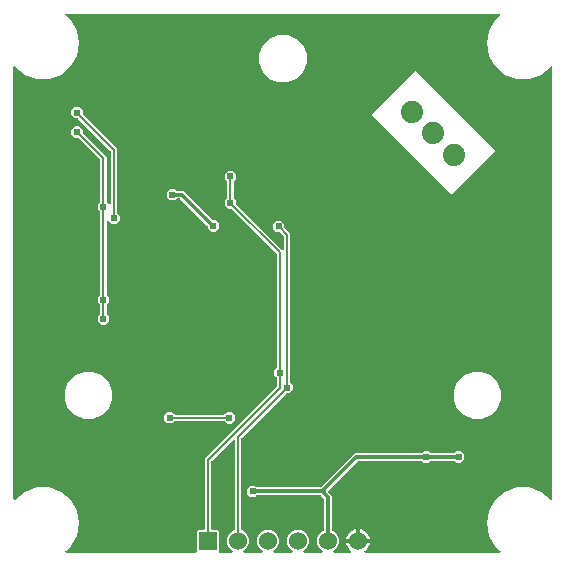
<source format=gbr>
G04 EAGLE Gerber RS-274X export*
G75*
%MOMM*%
%FSLAX34Y34*%
%LPD*%
%INBottom Copper*%
%IPPOS*%
%AMOC8*
5,1,8,0,0,1.08239X$1,22.5*%
G01*
%ADD10R,1.524000X1.524000*%
%ADD11C,1.524000*%
%ADD12C,1.879600*%
%ADD13C,0.609600*%
%ADD14C,0.304800*%
%ADD15C,0.203200*%

G36*
X159770Y5088D02*
X159770Y5088D01*
X159822Y5087D01*
X159901Y5108D01*
X159982Y5121D01*
X160029Y5143D01*
X160078Y5157D01*
X160148Y5201D01*
X160221Y5236D01*
X160259Y5272D01*
X160303Y5299D01*
X160356Y5362D01*
X160416Y5418D01*
X160441Y5463D01*
X160475Y5502D01*
X160507Y5577D01*
X160548Y5648D01*
X160559Y5699D01*
X160579Y5746D01*
X160588Y5828D01*
X160606Y5908D01*
X160601Y5959D01*
X160607Y6011D01*
X160591Y6091D01*
X160584Y6173D01*
X160565Y6221D01*
X160555Y6271D01*
X160527Y6315D01*
X160485Y6420D01*
X160372Y6559D01*
X160347Y6597D01*
X160301Y6643D01*
X160301Y23357D01*
X161343Y24399D01*
X166017Y24399D01*
X166119Y24414D01*
X166221Y24422D01*
X166249Y24434D01*
X166280Y24439D01*
X166372Y24483D01*
X166468Y24521D01*
X166491Y24541D01*
X166519Y24554D01*
X166594Y24624D01*
X166674Y24689D01*
X166691Y24715D01*
X166713Y24736D01*
X166764Y24825D01*
X166821Y24910D01*
X166827Y24934D01*
X166845Y24966D01*
X166903Y25226D01*
X166900Y25264D01*
X166905Y25287D01*
X166905Y84498D01*
X227577Y145169D01*
X227590Y145186D01*
X227606Y145200D01*
X227668Y145293D01*
X227735Y145383D01*
X227742Y145403D01*
X227753Y145421D01*
X227763Y145465D01*
X227822Y145634D01*
X227826Y145747D01*
X227837Y145798D01*
X227837Y153081D01*
X227834Y153101D01*
X227836Y153122D01*
X227814Y153233D01*
X227797Y153344D01*
X227788Y153362D01*
X227784Y153383D01*
X227760Y153422D01*
X227682Y153583D01*
X227605Y153665D01*
X227577Y153709D01*
X225805Y155481D01*
X225805Y159479D01*
X227577Y161251D01*
X227590Y161268D01*
X227606Y161281D01*
X227668Y161375D01*
X227735Y161465D01*
X227742Y161485D01*
X227753Y161502D01*
X227763Y161547D01*
X227822Y161716D01*
X227826Y161829D01*
X227837Y161879D01*
X227837Y257698D01*
X227834Y257719D01*
X227836Y257740D01*
X227814Y257850D01*
X227797Y257961D01*
X227788Y257980D01*
X227784Y258001D01*
X227760Y258039D01*
X227682Y258201D01*
X227605Y258283D01*
X227577Y258327D01*
X189857Y296047D01*
X189840Y296060D01*
X189826Y296076D01*
X189733Y296138D01*
X189643Y296205D01*
X189623Y296212D01*
X189605Y296223D01*
X189561Y296233D01*
X189392Y296292D01*
X189279Y296296D01*
X189228Y296307D01*
X186723Y296307D01*
X183895Y299135D01*
X183895Y303133D01*
X185667Y304905D01*
X185680Y304922D01*
X185696Y304935D01*
X185758Y305029D01*
X185825Y305119D01*
X185832Y305139D01*
X185843Y305156D01*
X185853Y305201D01*
X185912Y305370D01*
X185916Y305483D01*
X185927Y305533D01*
X185927Y319197D01*
X185924Y319217D01*
X185926Y319238D01*
X185904Y319349D01*
X185887Y319460D01*
X185878Y319478D01*
X185874Y319499D01*
X185850Y319538D01*
X185772Y319699D01*
X185695Y319781D01*
X185667Y319825D01*
X183895Y321597D01*
X183895Y325595D01*
X186723Y328423D01*
X190721Y328423D01*
X193549Y325595D01*
X193549Y321597D01*
X191777Y319825D01*
X191764Y319808D01*
X191748Y319795D01*
X191686Y319701D01*
X191619Y319611D01*
X191612Y319591D01*
X191601Y319574D01*
X191591Y319529D01*
X191532Y319360D01*
X191528Y319247D01*
X191517Y319197D01*
X191517Y305533D01*
X191520Y305513D01*
X191518Y305492D01*
X191540Y305381D01*
X191557Y305270D01*
X191566Y305252D01*
X191570Y305231D01*
X191594Y305192D01*
X191672Y305031D01*
X191749Y304949D01*
X191777Y304905D01*
X193549Y303133D01*
X193549Y300628D01*
X193552Y300607D01*
X193550Y300586D01*
X193572Y300476D01*
X193589Y300365D01*
X193598Y300346D01*
X193602Y300325D01*
X193626Y300287D01*
X193704Y300125D01*
X193781Y300043D01*
X193809Y299999D01*
X232417Y261391D01*
X232458Y261361D01*
X232494Y261323D01*
X232565Y261282D01*
X232631Y261234D01*
X232680Y261217D01*
X232724Y261191D01*
X232804Y261173D01*
X232882Y261146D01*
X232934Y261145D01*
X232984Y261133D01*
X233066Y261140D01*
X233148Y261137D01*
X233197Y261151D01*
X233249Y261155D01*
X233325Y261185D01*
X233404Y261207D01*
X233448Y261235D01*
X233496Y261254D01*
X233559Y261306D01*
X233628Y261350D01*
X233662Y261389D01*
X233702Y261422D01*
X233747Y261490D01*
X233800Y261552D01*
X233821Y261600D01*
X233849Y261643D01*
X233861Y261693D01*
X233905Y261797D01*
X233923Y261975D01*
X233933Y262019D01*
X233933Y272540D01*
X233930Y272561D01*
X233932Y272582D01*
X233910Y272692D01*
X233893Y272803D01*
X233884Y272822D01*
X233880Y272843D01*
X233856Y272881D01*
X233778Y273043D01*
X233701Y273125D01*
X233673Y273169D01*
X230751Y276091D01*
X230734Y276104D01*
X230720Y276120D01*
X230627Y276182D01*
X230537Y276249D01*
X230517Y276256D01*
X230499Y276267D01*
X230455Y276277D01*
X230286Y276336D01*
X230173Y276340D01*
X230122Y276351D01*
X227617Y276351D01*
X224789Y279179D01*
X224789Y283177D01*
X227617Y286005D01*
X231615Y286005D01*
X234443Y283177D01*
X234443Y280672D01*
X234446Y280651D01*
X234444Y280630D01*
X234466Y280520D01*
X234483Y280409D01*
X234492Y280390D01*
X234496Y280369D01*
X234520Y280331D01*
X234598Y280169D01*
X234675Y280087D01*
X234703Y280043D01*
X239523Y275224D01*
X239523Y149179D01*
X239526Y149159D01*
X239524Y149138D01*
X239546Y149027D01*
X239563Y148916D01*
X239572Y148898D01*
X239576Y148877D01*
X239600Y148838D01*
X239678Y148677D01*
X239755Y148595D01*
X239783Y148551D01*
X241555Y146779D01*
X241555Y142781D01*
X238727Y139953D01*
X236222Y139953D01*
X236201Y139950D01*
X236180Y139952D01*
X236070Y139930D01*
X235959Y139913D01*
X235940Y139904D01*
X235919Y139900D01*
X235881Y139876D01*
X235719Y139798D01*
X235637Y139721D01*
X235593Y139693D01*
X198155Y102255D01*
X198142Y102238D01*
X198126Y102224D01*
X198064Y102131D01*
X197997Y102041D01*
X197990Y102021D01*
X197979Y102003D01*
X197969Y101959D01*
X197910Y101790D01*
X197906Y101677D01*
X197895Y101626D01*
X197895Y24609D01*
X197904Y24548D01*
X197903Y24486D01*
X197917Y24441D01*
X197918Y24418D01*
X197927Y24398D01*
X197935Y24346D01*
X197962Y24290D01*
X197979Y24231D01*
X198015Y24177D01*
X198017Y24172D01*
X198021Y24167D01*
X198050Y24107D01*
X198093Y24062D01*
X198127Y24010D01*
X198166Y23982D01*
X198232Y23913D01*
X198418Y23806D01*
X198443Y23788D01*
X200424Y22968D01*
X203068Y20324D01*
X204499Y16870D01*
X204499Y13130D01*
X203068Y9676D01*
X200424Y7032D01*
X199838Y6790D01*
X199759Y6742D01*
X199676Y6702D01*
X199646Y6674D01*
X199611Y6652D01*
X199549Y6583D01*
X199482Y6520D01*
X199461Y6485D01*
X199434Y6454D01*
X199396Y6370D01*
X199350Y6290D01*
X199341Y6249D01*
X199324Y6212D01*
X199312Y6120D01*
X199292Y6030D01*
X199296Y5989D01*
X199290Y5948D01*
X199306Y5857D01*
X199314Y5765D01*
X199329Y5727D01*
X199336Y5686D01*
X199378Y5604D01*
X199413Y5518D01*
X199439Y5486D01*
X199458Y5450D01*
X199522Y5384D01*
X199580Y5312D01*
X199615Y5289D01*
X199643Y5260D01*
X199725Y5216D01*
X199802Y5165D01*
X199832Y5158D01*
X199877Y5133D01*
X200138Y5082D01*
X200158Y5085D01*
X200178Y5081D01*
X215422Y5081D01*
X215513Y5095D01*
X215605Y5100D01*
X215644Y5114D01*
X215684Y5121D01*
X215767Y5161D01*
X215854Y5193D01*
X215887Y5218D01*
X215924Y5236D01*
X215991Y5299D01*
X216064Y5356D01*
X216088Y5389D01*
X216118Y5418D01*
X216164Y5498D01*
X216217Y5573D01*
X216230Y5613D01*
X216250Y5648D01*
X216270Y5739D01*
X216298Y5826D01*
X216299Y5868D01*
X216308Y5908D01*
X216300Y6000D01*
X216301Y6092D01*
X216290Y6132D01*
X216286Y6173D01*
X216252Y6258D01*
X216225Y6347D01*
X216203Y6381D01*
X216187Y6420D01*
X216129Y6491D01*
X216078Y6568D01*
X216052Y6586D01*
X216020Y6626D01*
X215798Y6773D01*
X215778Y6778D01*
X215762Y6790D01*
X215176Y7032D01*
X212532Y9676D01*
X211101Y13130D01*
X211101Y16870D01*
X212532Y20324D01*
X215176Y22968D01*
X218630Y24399D01*
X222370Y24399D01*
X225824Y22968D01*
X228468Y20324D01*
X229899Y16870D01*
X229899Y13130D01*
X228468Y9676D01*
X225824Y7032D01*
X225238Y6790D01*
X225159Y6742D01*
X225076Y6702D01*
X225046Y6674D01*
X225011Y6652D01*
X224949Y6583D01*
X224882Y6520D01*
X224861Y6485D01*
X224834Y6454D01*
X224796Y6370D01*
X224750Y6290D01*
X224741Y6249D01*
X224724Y6212D01*
X224712Y6120D01*
X224692Y6030D01*
X224696Y5989D01*
X224690Y5948D01*
X224706Y5857D01*
X224714Y5765D01*
X224729Y5727D01*
X224736Y5686D01*
X224778Y5604D01*
X224813Y5518D01*
X224839Y5486D01*
X224858Y5450D01*
X224922Y5384D01*
X224980Y5312D01*
X225015Y5289D01*
X225043Y5260D01*
X225125Y5216D01*
X225202Y5165D01*
X225232Y5158D01*
X225277Y5133D01*
X225538Y5082D01*
X225558Y5085D01*
X225578Y5081D01*
X240822Y5081D01*
X240913Y5095D01*
X241005Y5100D01*
X241044Y5114D01*
X241084Y5121D01*
X241167Y5161D01*
X241254Y5193D01*
X241287Y5218D01*
X241324Y5236D01*
X241391Y5299D01*
X241464Y5356D01*
X241488Y5389D01*
X241518Y5418D01*
X241564Y5498D01*
X241617Y5573D01*
X241630Y5613D01*
X241650Y5648D01*
X241670Y5739D01*
X241698Y5826D01*
X241699Y5868D01*
X241708Y5908D01*
X241700Y6000D01*
X241701Y6092D01*
X241690Y6132D01*
X241686Y6173D01*
X241652Y6258D01*
X241625Y6347D01*
X241603Y6381D01*
X241587Y6420D01*
X241529Y6491D01*
X241478Y6568D01*
X241452Y6586D01*
X241420Y6626D01*
X241198Y6773D01*
X241178Y6778D01*
X241162Y6790D01*
X240576Y7032D01*
X237932Y9676D01*
X236501Y13130D01*
X236501Y16870D01*
X237932Y20324D01*
X240576Y22968D01*
X244030Y24399D01*
X247770Y24399D01*
X251224Y22968D01*
X253868Y20324D01*
X255299Y16870D01*
X255299Y13130D01*
X253868Y9676D01*
X251224Y7032D01*
X250638Y6790D01*
X250559Y6742D01*
X250476Y6702D01*
X250446Y6674D01*
X250411Y6652D01*
X250349Y6583D01*
X250282Y6520D01*
X250261Y6485D01*
X250234Y6454D01*
X250196Y6370D01*
X250150Y6290D01*
X250141Y6249D01*
X250124Y6212D01*
X250112Y6120D01*
X250092Y6030D01*
X250096Y5989D01*
X250090Y5948D01*
X250106Y5857D01*
X250114Y5765D01*
X250129Y5727D01*
X250136Y5686D01*
X250178Y5604D01*
X250213Y5518D01*
X250239Y5486D01*
X250258Y5450D01*
X250322Y5384D01*
X250380Y5312D01*
X250415Y5289D01*
X250443Y5260D01*
X250525Y5216D01*
X250602Y5165D01*
X250632Y5158D01*
X250677Y5133D01*
X250938Y5082D01*
X250958Y5085D01*
X250978Y5081D01*
X266222Y5081D01*
X266313Y5095D01*
X266405Y5100D01*
X266444Y5114D01*
X266484Y5121D01*
X266567Y5161D01*
X266654Y5193D01*
X266687Y5218D01*
X266724Y5236D01*
X266791Y5299D01*
X266864Y5356D01*
X266888Y5389D01*
X266918Y5418D01*
X266964Y5498D01*
X267017Y5573D01*
X267030Y5613D01*
X267050Y5648D01*
X267070Y5739D01*
X267098Y5826D01*
X267099Y5868D01*
X267108Y5908D01*
X267100Y6000D01*
X267101Y6092D01*
X267090Y6132D01*
X267086Y6173D01*
X267052Y6258D01*
X267025Y6347D01*
X267003Y6381D01*
X266987Y6420D01*
X266929Y6491D01*
X266878Y6568D01*
X266852Y6586D01*
X266820Y6626D01*
X266598Y6773D01*
X266578Y6778D01*
X266562Y6790D01*
X265976Y7032D01*
X263332Y9676D01*
X261901Y13130D01*
X261901Y16870D01*
X263332Y20324D01*
X265976Y22968D01*
X267449Y23578D01*
X267502Y23610D01*
X267560Y23633D01*
X267615Y23678D01*
X267677Y23715D01*
X267718Y23761D01*
X267766Y23801D01*
X267806Y23860D01*
X267853Y23914D01*
X267879Y23970D01*
X267913Y24022D01*
X267924Y24069D01*
X267963Y24156D01*
X267990Y24368D01*
X267997Y24399D01*
X267997Y50052D01*
X267994Y50073D01*
X267996Y50094D01*
X267974Y50204D01*
X267957Y50315D01*
X267948Y50334D01*
X267944Y50354D01*
X267920Y50393D01*
X267842Y50554D01*
X267765Y50637D01*
X267737Y50680D01*
X266862Y51555D01*
X265084Y53333D01*
X265067Y53346D01*
X265054Y53362D01*
X264960Y53424D01*
X264870Y53491D01*
X264850Y53498D01*
X264833Y53509D01*
X264788Y53519D01*
X264619Y53578D01*
X264506Y53582D01*
X264456Y53593D01*
X211409Y53593D01*
X211389Y53590D01*
X211368Y53592D01*
X211257Y53570D01*
X211146Y53553D01*
X211128Y53544D01*
X211107Y53540D01*
X211068Y53516D01*
X210907Y53438D01*
X210825Y53361D01*
X210781Y53333D01*
X209517Y52069D01*
X205519Y52069D01*
X202691Y54897D01*
X202691Y58895D01*
X205519Y61723D01*
X209517Y61723D01*
X210781Y60459D01*
X210798Y60446D01*
X210811Y60430D01*
X210905Y60368D01*
X210995Y60301D01*
X211015Y60294D01*
X211032Y60283D01*
X211077Y60273D01*
X211246Y60214D01*
X211359Y60210D01*
X211409Y60199D01*
X264456Y60199D01*
X264477Y60202D01*
X264498Y60200D01*
X264608Y60222D01*
X264719Y60239D01*
X264738Y60248D01*
X264758Y60252D01*
X264797Y60276D01*
X264958Y60354D01*
X265041Y60431D01*
X265084Y60459D01*
X294034Y89409D01*
X350693Y89409D01*
X350713Y89412D01*
X350734Y89410D01*
X350845Y89432D01*
X350956Y89449D01*
X350974Y89458D01*
X350995Y89462D01*
X351034Y89486D01*
X351195Y89564D01*
X351277Y89641D01*
X351321Y89669D01*
X352585Y90933D01*
X356583Y90933D01*
X357847Y89669D01*
X357864Y89656D01*
X357877Y89640D01*
X357971Y89578D01*
X358061Y89511D01*
X358081Y89504D01*
X358098Y89493D01*
X358143Y89483D01*
X358312Y89424D01*
X358425Y89420D01*
X358475Y89409D01*
X378125Y89409D01*
X378145Y89412D01*
X378166Y89410D01*
X378277Y89432D01*
X378388Y89449D01*
X378406Y89458D01*
X378427Y89462D01*
X378466Y89486D01*
X378627Y89564D01*
X378709Y89641D01*
X378753Y89669D01*
X380017Y90933D01*
X384015Y90933D01*
X386843Y88105D01*
X386843Y84107D01*
X384015Y81279D01*
X380017Y81279D01*
X378753Y82543D01*
X378736Y82556D01*
X378723Y82572D01*
X378629Y82634D01*
X378539Y82701D01*
X378519Y82708D01*
X378502Y82719D01*
X378457Y82729D01*
X378288Y82788D01*
X378175Y82792D01*
X378125Y82803D01*
X358475Y82803D01*
X358455Y82800D01*
X358434Y82802D01*
X358323Y82780D01*
X358212Y82763D01*
X358194Y82754D01*
X358173Y82750D01*
X358134Y82726D01*
X357973Y82648D01*
X357891Y82571D01*
X357847Y82543D01*
X356583Y81279D01*
X352585Y81279D01*
X351321Y82543D01*
X351304Y82556D01*
X351291Y82572D01*
X351197Y82634D01*
X351107Y82701D01*
X351087Y82708D01*
X351070Y82719D01*
X351025Y82729D01*
X350856Y82788D01*
X350743Y82792D01*
X350693Y82803D01*
X297138Y82803D01*
X297117Y82800D01*
X297096Y82802D01*
X296986Y82780D01*
X296875Y82763D01*
X296856Y82754D01*
X296836Y82750D01*
X296797Y82726D01*
X296636Y82648D01*
X296553Y82571D01*
X296510Y82543D01*
X271533Y57566D01*
X271520Y57549D01*
X271504Y57536D01*
X271442Y57442D01*
X271375Y57352D01*
X271368Y57332D01*
X271357Y57315D01*
X271347Y57270D01*
X271288Y57101D01*
X271284Y56988D01*
X271273Y56938D01*
X271273Y56854D01*
X271276Y56833D01*
X271274Y56812D01*
X271296Y56702D01*
X271313Y56591D01*
X271322Y56572D01*
X271326Y56552D01*
X271350Y56513D01*
X271428Y56352D01*
X271505Y56269D01*
X271533Y56226D01*
X272408Y55351D01*
X274603Y53156D01*
X274603Y24399D01*
X274612Y24337D01*
X274611Y24275D01*
X274632Y24207D01*
X274643Y24136D01*
X274670Y24080D01*
X274687Y24021D01*
X274727Y23961D01*
X274758Y23896D01*
X274801Y23851D01*
X274835Y23800D01*
X274874Y23772D01*
X274940Y23702D01*
X275126Y23596D01*
X275151Y23578D01*
X276624Y22968D01*
X279268Y20324D01*
X280699Y16870D01*
X280699Y13130D01*
X279268Y9676D01*
X276624Y7032D01*
X276038Y6790D01*
X275959Y6742D01*
X275876Y6702D01*
X275846Y6674D01*
X275811Y6652D01*
X275749Y6583D01*
X275682Y6520D01*
X275661Y6485D01*
X275634Y6454D01*
X275596Y6370D01*
X275550Y6290D01*
X275541Y6249D01*
X275524Y6212D01*
X275512Y6120D01*
X275492Y6030D01*
X275496Y5989D01*
X275490Y5948D01*
X275506Y5857D01*
X275514Y5765D01*
X275529Y5727D01*
X275536Y5686D01*
X275578Y5604D01*
X275613Y5518D01*
X275639Y5486D01*
X275658Y5450D01*
X275722Y5384D01*
X275780Y5312D01*
X275815Y5289D01*
X275843Y5260D01*
X275925Y5216D01*
X276002Y5165D01*
X276032Y5158D01*
X276077Y5133D01*
X276338Y5082D01*
X276358Y5085D01*
X276378Y5081D01*
X290333Y5081D01*
X290452Y5099D01*
X290572Y5114D01*
X290583Y5119D01*
X290595Y5121D01*
X290704Y5173D01*
X290814Y5223D01*
X290824Y5231D01*
X290835Y5236D01*
X290923Y5319D01*
X291014Y5399D01*
X291020Y5409D01*
X291029Y5418D01*
X291089Y5522D01*
X291152Y5626D01*
X291155Y5638D01*
X291161Y5648D01*
X291187Y5766D01*
X291217Y5884D01*
X291216Y5896D01*
X291219Y5908D01*
X291209Y6029D01*
X291202Y6149D01*
X291198Y6161D01*
X291197Y6173D01*
X291152Y6285D01*
X291110Y6398D01*
X291104Y6406D01*
X291098Y6420D01*
X290930Y6626D01*
X290879Y6660D01*
X290855Y6688D01*
X290081Y7250D01*
X288950Y8381D01*
X288010Y9675D01*
X287284Y11100D01*
X286789Y12621D01*
X286694Y13223D01*
X295811Y13223D01*
X295912Y13238D01*
X296015Y13246D01*
X296043Y13258D01*
X296074Y13263D01*
X296166Y13307D01*
X296261Y13345D01*
X296285Y13365D01*
X296313Y13378D01*
X296388Y13448D01*
X296468Y13513D01*
X296485Y13539D01*
X296507Y13560D01*
X296558Y13649D01*
X296615Y13734D01*
X296620Y13758D01*
X296639Y13790D01*
X296697Y14050D01*
X296694Y14088D01*
X296699Y14111D01*
X296699Y15001D01*
X296701Y15001D01*
X296701Y14111D01*
X296716Y14009D01*
X296725Y13907D01*
X296736Y13879D01*
X296741Y13848D01*
X296785Y13756D01*
X296824Y13660D01*
X296843Y13637D01*
X296856Y13609D01*
X296926Y13534D01*
X296991Y13454D01*
X297017Y13437D01*
X297038Y13415D01*
X297127Y13364D01*
X297212Y13307D01*
X297236Y13301D01*
X297269Y13283D01*
X297528Y13225D01*
X297566Y13228D01*
X297589Y13223D01*
X306706Y13223D01*
X306611Y12621D01*
X306116Y11100D01*
X305390Y9675D01*
X304450Y8381D01*
X303319Y7250D01*
X302545Y6688D01*
X302459Y6603D01*
X302371Y6520D01*
X302365Y6510D01*
X302356Y6501D01*
X302299Y6394D01*
X302239Y6290D01*
X302236Y6277D01*
X302231Y6267D01*
X302208Y6148D01*
X302181Y6030D01*
X302182Y6018D01*
X302180Y6006D01*
X302193Y5885D01*
X302203Y5765D01*
X302208Y5754D01*
X302209Y5741D01*
X302257Y5630D01*
X302302Y5518D01*
X302310Y5509D01*
X302315Y5498D01*
X302393Y5406D01*
X302470Y5312D01*
X302480Y5305D01*
X302488Y5296D01*
X302590Y5232D01*
X302691Y5165D01*
X302700Y5162D01*
X302713Y5155D01*
X302970Y5086D01*
X303032Y5089D01*
X303067Y5081D01*
X416547Y5081D01*
X416636Y5094D01*
X416726Y5099D01*
X416767Y5114D01*
X416810Y5121D01*
X416891Y5160D01*
X416975Y5191D01*
X417010Y5217D01*
X417049Y5236D01*
X417115Y5298D01*
X417187Y5353D01*
X417212Y5388D01*
X417243Y5418D01*
X417288Y5496D01*
X417340Y5569D01*
X417354Y5611D01*
X417375Y5648D01*
X417395Y5736D01*
X417423Y5822D01*
X417424Y5865D01*
X417433Y5908D01*
X417426Y5998D01*
X417427Y6088D01*
X417415Y6130D01*
X417411Y6173D01*
X417378Y6256D01*
X417353Y6343D01*
X417333Y6369D01*
X417312Y6420D01*
X417145Y6626D01*
X417127Y6638D01*
X417118Y6649D01*
X412845Y10235D01*
X407505Y19483D01*
X405651Y30000D01*
X407505Y40517D01*
X412845Y49765D01*
X421026Y56629D01*
X431061Y60282D01*
X441739Y60282D01*
X451775Y56629D01*
X459860Y49845D01*
X459871Y49838D01*
X459880Y49829D01*
X459984Y49769D01*
X460087Y49706D01*
X460099Y49703D01*
X460110Y49697D01*
X460228Y49671D01*
X460345Y49641D01*
X460357Y49642D01*
X460370Y49639D01*
X460490Y49649D01*
X460610Y49655D01*
X460622Y49660D01*
X460635Y49661D01*
X460746Y49705D01*
X460860Y49747D01*
X460870Y49755D01*
X460882Y49760D01*
X460975Y49836D01*
X461071Y49909D01*
X461078Y49919D01*
X461088Y49927D01*
X461155Y50028D01*
X461224Y50126D01*
X461228Y50138D01*
X461235Y50148D01*
X461243Y50183D01*
X461307Y50378D01*
X461309Y50477D01*
X461319Y50525D01*
X461319Y415875D01*
X461317Y415887D01*
X461319Y415900D01*
X461298Y416018D01*
X461279Y416138D01*
X461274Y416149D01*
X461272Y416162D01*
X461216Y416268D01*
X461164Y416377D01*
X461155Y416386D01*
X461149Y416397D01*
X461065Y416483D01*
X460982Y416571D01*
X460971Y416578D01*
X460962Y416587D01*
X460856Y416643D01*
X460752Y416703D01*
X460739Y416706D01*
X460728Y416712D01*
X460609Y416735D01*
X460492Y416761D01*
X460479Y416760D01*
X460467Y416762D01*
X460347Y416749D01*
X460227Y416739D01*
X460215Y416734D01*
X460203Y416733D01*
X460171Y416717D01*
X459980Y416640D01*
X459904Y416578D01*
X459860Y416555D01*
X451775Y409771D01*
X441739Y406118D01*
X431061Y406118D01*
X421025Y409771D01*
X412845Y416635D01*
X407505Y425883D01*
X405651Y436400D01*
X407505Y446917D01*
X412845Y456165D01*
X417118Y459751D01*
X417177Y459818D01*
X417243Y459880D01*
X417265Y459917D01*
X417294Y459950D01*
X417331Y460032D01*
X417375Y460110D01*
X417385Y460153D01*
X417403Y460192D01*
X417414Y460282D01*
X417433Y460370D01*
X417430Y460413D01*
X417435Y460456D01*
X417419Y460545D01*
X417412Y460635D01*
X417395Y460675D01*
X417388Y460718D01*
X417346Y460798D01*
X417313Y460882D01*
X417285Y460915D01*
X417265Y460954D01*
X417202Y461018D01*
X417145Y461088D01*
X417109Y461112D01*
X417078Y461143D01*
X416999Y461185D01*
X416924Y461235D01*
X416892Y461242D01*
X416844Y461268D01*
X416583Y461319D01*
X416561Y461316D01*
X416547Y461319D01*
X49853Y461319D01*
X49764Y461306D01*
X49674Y461301D01*
X49633Y461286D01*
X49590Y461279D01*
X49509Y461240D01*
X49425Y461209D01*
X49390Y461183D01*
X49351Y461164D01*
X49285Y461102D01*
X49213Y461047D01*
X49188Y461012D01*
X49157Y460982D01*
X49112Y460904D01*
X49060Y460831D01*
X49046Y460789D01*
X49025Y460752D01*
X49005Y460664D01*
X48977Y460578D01*
X48976Y460535D01*
X48967Y460492D01*
X48974Y460402D01*
X48973Y460312D01*
X48985Y460270D01*
X48989Y460227D01*
X49022Y460144D01*
X49047Y460057D01*
X49067Y460031D01*
X49088Y459980D01*
X49255Y459774D01*
X49273Y459762D01*
X49282Y459751D01*
X53555Y456165D01*
X58895Y446917D01*
X60749Y436400D01*
X58895Y425883D01*
X53555Y416635D01*
X45375Y409771D01*
X35339Y406118D01*
X24661Y406118D01*
X14625Y409771D01*
X6540Y416555D01*
X6529Y416562D01*
X6520Y416571D01*
X6416Y416631D01*
X6313Y416694D01*
X6301Y416697D01*
X6290Y416703D01*
X6172Y416729D01*
X6055Y416759D01*
X6043Y416758D01*
X6030Y416761D01*
X5910Y416751D01*
X5790Y416745D01*
X5778Y416740D01*
X5765Y416739D01*
X5654Y416695D01*
X5540Y416653D01*
X5530Y416645D01*
X5518Y416640D01*
X5425Y416564D01*
X5329Y416491D01*
X5322Y416481D01*
X5312Y416473D01*
X5245Y416372D01*
X5176Y416274D01*
X5172Y416262D01*
X5165Y416252D01*
X5157Y416217D01*
X5093Y416022D01*
X5091Y415923D01*
X5081Y415875D01*
X5081Y50525D01*
X5083Y50513D01*
X5081Y50500D01*
X5103Y50381D01*
X5121Y50262D01*
X5126Y50251D01*
X5128Y50238D01*
X5184Y50132D01*
X5236Y50023D01*
X5245Y50014D01*
X5251Y50003D01*
X5335Y49917D01*
X5418Y49829D01*
X5429Y49822D01*
X5438Y49813D01*
X5544Y49757D01*
X5648Y49697D01*
X5661Y49694D01*
X5672Y49688D01*
X5791Y49665D01*
X5908Y49639D01*
X5921Y49640D01*
X5933Y49638D01*
X6053Y49651D01*
X6173Y49661D01*
X6185Y49666D01*
X6197Y49667D01*
X6229Y49683D01*
X6420Y49760D01*
X6496Y49822D01*
X6540Y49845D01*
X14625Y56629D01*
X24661Y60282D01*
X35339Y60282D01*
X45375Y56629D01*
X53555Y49765D01*
X58895Y40517D01*
X60749Y30000D01*
X58895Y19483D01*
X53555Y10235D01*
X49282Y6649D01*
X49223Y6582D01*
X49157Y6520D01*
X49135Y6483D01*
X49106Y6450D01*
X49069Y6368D01*
X49025Y6290D01*
X49015Y6247D01*
X48997Y6208D01*
X48986Y6118D01*
X48967Y6030D01*
X48970Y5987D01*
X48965Y5944D01*
X48981Y5855D01*
X48988Y5765D01*
X49005Y5725D01*
X49012Y5682D01*
X49054Y5602D01*
X49087Y5518D01*
X49115Y5485D01*
X49135Y5446D01*
X49198Y5382D01*
X49255Y5312D01*
X49291Y5288D01*
X49322Y5257D01*
X49401Y5215D01*
X49476Y5165D01*
X49508Y5158D01*
X49556Y5132D01*
X49817Y5081D01*
X49839Y5084D01*
X49853Y5081D01*
X159719Y5081D01*
X159770Y5088D01*
G37*
%LPC*%
G36*
X375394Y308609D02*
X375394Y308609D01*
X308609Y375394D01*
X308609Y376446D01*
X344914Y412751D01*
X345966Y412751D01*
X412751Y345966D01*
X412751Y344914D01*
X376446Y308609D01*
X375394Y308609D01*
G37*
%LPD*%
%LPC*%
G36*
X79281Y198119D02*
X79281Y198119D01*
X76453Y200947D01*
X76453Y204945D01*
X78225Y206717D01*
X78238Y206734D01*
X78254Y206747D01*
X78316Y206841D01*
X78383Y206931D01*
X78390Y206951D01*
X78401Y206968D01*
X78411Y207013D01*
X78470Y207182D01*
X78474Y207295D01*
X78485Y207345D01*
X78485Y214803D01*
X78482Y214823D01*
X78484Y214844D01*
X78462Y214955D01*
X78445Y215066D01*
X78436Y215084D01*
X78432Y215105D01*
X78408Y215144D01*
X78330Y215305D01*
X78253Y215387D01*
X78225Y215431D01*
X76453Y217203D01*
X76453Y221201D01*
X78225Y222973D01*
X78238Y222990D01*
X78254Y223003D01*
X78270Y223027D01*
X78282Y223039D01*
X78311Y223089D01*
X78316Y223097D01*
X78383Y223187D01*
X78390Y223207D01*
X78401Y223224D01*
X78410Y223261D01*
X78414Y223270D01*
X78419Y223292D01*
X78470Y223438D01*
X78474Y223551D01*
X78485Y223601D01*
X78485Y293289D01*
X78482Y293309D01*
X78484Y293330D01*
X78462Y293441D01*
X78445Y293552D01*
X78436Y293570D01*
X78432Y293591D01*
X78408Y293630D01*
X78330Y293791D01*
X78253Y293873D01*
X78225Y293917D01*
X76453Y295689D01*
X76453Y299687D01*
X78225Y301459D01*
X78238Y301476D01*
X78254Y301489D01*
X78316Y301583D01*
X78383Y301673D01*
X78390Y301693D01*
X78401Y301710D01*
X78411Y301755D01*
X78470Y301924D01*
X78474Y302037D01*
X78485Y302087D01*
X78485Y337310D01*
X78482Y337331D01*
X78484Y337352D01*
X78465Y337449D01*
X78462Y337490D01*
X78456Y337504D01*
X78445Y337573D01*
X78436Y337592D01*
X78432Y337613D01*
X78408Y337651D01*
X78330Y337813D01*
X78253Y337895D01*
X78225Y337939D01*
X60063Y356101D01*
X60046Y356114D01*
X60032Y356130D01*
X59939Y356192D01*
X59849Y356259D01*
X59829Y356266D01*
X59811Y356277D01*
X59767Y356287D01*
X59598Y356346D01*
X59485Y356350D01*
X59434Y356361D01*
X56929Y356361D01*
X54101Y359189D01*
X54101Y363187D01*
X56929Y366015D01*
X60927Y366015D01*
X63755Y363187D01*
X63755Y360682D01*
X63758Y360661D01*
X63756Y360640D01*
X63778Y360530D01*
X63795Y360419D01*
X63804Y360400D01*
X63808Y360379D01*
X63832Y360341D01*
X63910Y360179D01*
X63987Y360097D01*
X64015Y360053D01*
X84075Y339994D01*
X84075Y302087D01*
X84078Y302066D01*
X84076Y302046D01*
X84098Y301935D01*
X84115Y301824D01*
X84124Y301806D01*
X84128Y301785D01*
X84152Y301746D01*
X84230Y301585D01*
X84307Y301503D01*
X84335Y301459D01*
X85859Y299935D01*
X85900Y299904D01*
X85936Y299867D01*
X86007Y299826D01*
X86073Y299777D01*
X86122Y299760D01*
X86166Y299735D01*
X86246Y299717D01*
X86324Y299690D01*
X86376Y299688D01*
X86426Y299677D01*
X86508Y299684D01*
X86590Y299681D01*
X86639Y299694D01*
X86691Y299699D01*
X86767Y299729D01*
X86846Y299751D01*
X86890Y299778D01*
X86938Y299798D01*
X87001Y299849D01*
X87070Y299893D01*
X87104Y299933D01*
X87144Y299965D01*
X87189Y300034D01*
X87242Y300096D01*
X87263Y300143D01*
X87291Y300186D01*
X87303Y300237D01*
X87347Y300340D01*
X87365Y300519D01*
X87375Y300563D01*
X87375Y344676D01*
X87372Y344697D01*
X87374Y344718D01*
X87352Y344828D01*
X87335Y344939D01*
X87326Y344958D01*
X87322Y344979D01*
X87298Y345017D01*
X87220Y345179D01*
X87143Y345261D01*
X87115Y345305D01*
X60063Y372357D01*
X60046Y372370D01*
X60032Y372386D01*
X59939Y372448D01*
X59849Y372515D01*
X59829Y372522D01*
X59811Y372533D01*
X59767Y372543D01*
X59598Y372602D01*
X59485Y372606D01*
X59434Y372617D01*
X56929Y372617D01*
X54101Y375445D01*
X54101Y379443D01*
X56929Y382271D01*
X60927Y382271D01*
X63755Y379443D01*
X63755Y376938D01*
X63758Y376917D01*
X63756Y376896D01*
X63778Y376786D01*
X63795Y376675D01*
X63804Y376656D01*
X63808Y376635D01*
X63832Y376597D01*
X63910Y376435D01*
X63987Y376353D01*
X64015Y376309D01*
X92965Y347360D01*
X92965Y292541D01*
X92968Y292521D01*
X92966Y292500D01*
X92988Y292389D01*
X93005Y292278D01*
X93014Y292260D01*
X93018Y292239D01*
X93042Y292200D01*
X93120Y292039D01*
X93197Y291957D01*
X93225Y291913D01*
X94997Y290141D01*
X94997Y286143D01*
X92169Y283315D01*
X88171Y283315D01*
X85591Y285895D01*
X85550Y285926D01*
X85514Y285963D01*
X85443Y286004D01*
X85377Y286053D01*
X85328Y286070D01*
X85284Y286095D01*
X85204Y286113D01*
X85126Y286140D01*
X85074Y286142D01*
X85024Y286153D01*
X84942Y286146D01*
X84860Y286149D01*
X84811Y286136D01*
X84759Y286131D01*
X84683Y286101D01*
X84604Y286079D01*
X84560Y286052D01*
X84512Y286032D01*
X84449Y285981D01*
X84380Y285937D01*
X84346Y285897D01*
X84306Y285865D01*
X84261Y285796D01*
X84208Y285734D01*
X84187Y285687D01*
X84159Y285644D01*
X84147Y285593D01*
X84103Y285490D01*
X84085Y285311D01*
X84075Y285267D01*
X84075Y223601D01*
X84078Y223581D01*
X84076Y223560D01*
X84098Y223449D01*
X84115Y223338D01*
X84124Y223320D01*
X84128Y223299D01*
X84152Y223260D01*
X84198Y223166D01*
X84208Y223140D01*
X84214Y223133D01*
X84230Y223099D01*
X84307Y223017D01*
X84335Y222973D01*
X86107Y221201D01*
X86107Y217203D01*
X84335Y215431D01*
X84322Y215414D01*
X84306Y215401D01*
X84244Y215307D01*
X84177Y215217D01*
X84170Y215197D01*
X84159Y215180D01*
X84149Y215135D01*
X84090Y214966D01*
X84086Y214853D01*
X84075Y214803D01*
X84075Y207345D01*
X84078Y207325D01*
X84076Y207304D01*
X84098Y207193D01*
X84115Y207082D01*
X84124Y207064D01*
X84128Y207043D01*
X84152Y207004D01*
X84230Y206843D01*
X84307Y206761D01*
X84335Y206717D01*
X86107Y204945D01*
X86107Y200947D01*
X83279Y198119D01*
X79281Y198119D01*
G37*
%LPD*%
G36*
X190113Y5095D02*
X190113Y5095D01*
X190205Y5100D01*
X190244Y5114D01*
X190284Y5121D01*
X190367Y5161D01*
X190454Y5193D01*
X190487Y5218D01*
X190524Y5236D01*
X190591Y5299D01*
X190664Y5356D01*
X190688Y5389D01*
X190718Y5418D01*
X190764Y5498D01*
X190817Y5573D01*
X190830Y5613D01*
X190850Y5648D01*
X190870Y5739D01*
X190898Y5826D01*
X190899Y5868D01*
X190908Y5908D01*
X190900Y6000D01*
X190901Y6092D01*
X190890Y6132D01*
X190886Y6173D01*
X190852Y6258D01*
X190825Y6347D01*
X190803Y6381D01*
X190787Y6420D01*
X190729Y6491D01*
X190678Y6568D01*
X190652Y6586D01*
X190620Y6626D01*
X190398Y6773D01*
X190378Y6778D01*
X190362Y6790D01*
X189776Y7032D01*
X187132Y9676D01*
X185701Y13130D01*
X185701Y16870D01*
X187132Y20324D01*
X189776Y22968D01*
X191757Y23788D01*
X191810Y23820D01*
X191868Y23843D01*
X191923Y23889D01*
X191985Y23926D01*
X192026Y23972D01*
X192074Y24011D01*
X192114Y24071D01*
X192161Y24124D01*
X192187Y24181D01*
X192221Y24232D01*
X192231Y24277D01*
X192245Y24302D01*
X192249Y24316D01*
X192271Y24366D01*
X192287Y24489D01*
X192303Y24561D01*
X192301Y24589D01*
X192305Y24609D01*
X192305Y99849D01*
X192298Y99899D01*
X192299Y99951D01*
X192278Y100030D01*
X192265Y100111D01*
X192243Y100158D01*
X192229Y100208D01*
X192185Y100277D01*
X192150Y100351D01*
X192115Y100388D01*
X192087Y100432D01*
X192024Y100485D01*
X191968Y100545D01*
X191924Y100571D01*
X191884Y100604D01*
X191809Y100636D01*
X191738Y100677D01*
X191687Y100688D01*
X191640Y100708D01*
X191558Y100717D01*
X191478Y100735D01*
X191427Y100730D01*
X191375Y100736D01*
X191295Y100720D01*
X191213Y100713D01*
X191165Y100694D01*
X191115Y100684D01*
X191071Y100656D01*
X190966Y100614D01*
X190827Y100501D01*
X190789Y100477D01*
X172755Y82443D01*
X172742Y82426D01*
X172726Y82412D01*
X172664Y82319D01*
X172597Y82229D01*
X172590Y82209D01*
X172579Y82191D01*
X172569Y82147D01*
X172510Y81978D01*
X172506Y81865D01*
X172495Y81814D01*
X172495Y25287D01*
X172510Y25185D01*
X172518Y25083D01*
X172530Y25055D01*
X172535Y25024D01*
X172579Y24932D01*
X172617Y24836D01*
X172637Y24813D01*
X172650Y24785D01*
X172720Y24710D01*
X172785Y24630D01*
X172811Y24613D01*
X172832Y24591D01*
X172921Y24540D01*
X173006Y24483D01*
X173030Y24477D01*
X173062Y24459D01*
X173322Y24401D01*
X173360Y24404D01*
X173383Y24399D01*
X178057Y24399D01*
X179099Y23357D01*
X179099Y6643D01*
X179053Y6597D01*
X179022Y6556D01*
X178984Y6520D01*
X178943Y6449D01*
X178895Y6383D01*
X178878Y6334D01*
X178852Y6290D01*
X178834Y6210D01*
X178807Y6132D01*
X178806Y6080D01*
X178794Y6030D01*
X178801Y5948D01*
X178798Y5866D01*
X178812Y5817D01*
X178816Y5765D01*
X178847Y5689D01*
X178868Y5610D01*
X178896Y5566D01*
X178915Y5518D01*
X178967Y5455D01*
X179011Y5386D01*
X179050Y5352D01*
X179083Y5312D01*
X179151Y5267D01*
X179213Y5214D01*
X179261Y5193D01*
X179304Y5165D01*
X179354Y5153D01*
X179458Y5109D01*
X179636Y5091D01*
X179681Y5081D01*
X190022Y5081D01*
X190113Y5095D01*
G37*
%LPC*%
G36*
X229206Y403119D02*
X229206Y403119D01*
X221825Y406176D01*
X216176Y411825D01*
X213119Y419206D01*
X213119Y427194D01*
X216176Y434575D01*
X221825Y440224D01*
X229206Y443281D01*
X237194Y443281D01*
X244575Y440224D01*
X250224Y434575D01*
X253281Y427194D01*
X253281Y419206D01*
X250224Y411825D01*
X244575Y406176D01*
X237194Y403119D01*
X229206Y403119D01*
G37*
%LPD*%
%LPC*%
G36*
X64661Y118119D02*
X64661Y118119D01*
X57280Y121176D01*
X51631Y126825D01*
X48574Y134206D01*
X48574Y142194D01*
X51631Y149575D01*
X57280Y155224D01*
X64661Y158281D01*
X72649Y158281D01*
X80030Y155224D01*
X85679Y149575D01*
X88736Y142194D01*
X88736Y134206D01*
X85679Y126825D01*
X80030Y121176D01*
X72649Y118119D01*
X64661Y118119D01*
G37*
%LPD*%
%LPC*%
G36*
X393751Y118119D02*
X393751Y118119D01*
X386370Y121176D01*
X380721Y126825D01*
X377664Y134206D01*
X377664Y142194D01*
X380721Y149575D01*
X386370Y155224D01*
X393751Y158281D01*
X401739Y158281D01*
X409120Y155224D01*
X414769Y149575D01*
X417826Y142194D01*
X417826Y134206D01*
X414769Y126825D01*
X409120Y121176D01*
X401739Y118119D01*
X393751Y118119D01*
G37*
%LPD*%
%LPC*%
G36*
X172245Y276605D02*
X172245Y276605D01*
X169417Y279433D01*
X169417Y281220D01*
X169414Y281241D01*
X169416Y281262D01*
X169394Y281372D01*
X169377Y281483D01*
X169368Y281502D01*
X169364Y281522D01*
X169340Y281561D01*
X169262Y281722D01*
X169185Y281805D01*
X169157Y281848D01*
X146426Y304579D01*
X146409Y304592D01*
X146396Y304608D01*
X146302Y304670D01*
X146212Y304737D01*
X146192Y304744D01*
X146175Y304755D01*
X146130Y304765D01*
X145961Y304824D01*
X145848Y304828D01*
X145798Y304839D01*
X143377Y304839D01*
X143357Y304836D01*
X143336Y304838D01*
X143225Y304816D01*
X143114Y304799D01*
X143096Y304790D01*
X143075Y304786D01*
X143036Y304762D01*
X142875Y304684D01*
X142793Y304607D01*
X142749Y304579D01*
X141485Y303315D01*
X137487Y303315D01*
X134659Y306143D01*
X134659Y310141D01*
X137487Y312969D01*
X141485Y312969D01*
X142749Y311705D01*
X142766Y311692D01*
X142779Y311676D01*
X142873Y311614D01*
X142963Y311547D01*
X142983Y311540D01*
X143000Y311529D01*
X143045Y311519D01*
X143214Y311460D01*
X143327Y311456D01*
X143377Y311445D01*
X148902Y311445D01*
X173828Y286519D01*
X173845Y286506D01*
X173858Y286490D01*
X173952Y286428D01*
X174042Y286361D01*
X174062Y286354D01*
X174079Y286343D01*
X174124Y286333D01*
X174293Y286274D01*
X174406Y286270D01*
X174456Y286259D01*
X176243Y286259D01*
X179071Y283431D01*
X179071Y279433D01*
X176243Y276605D01*
X172245Y276605D01*
G37*
%LPD*%
%LPC*%
G36*
X185707Y114299D02*
X185707Y114299D01*
X183935Y116071D01*
X183918Y116084D01*
X183905Y116100D01*
X183811Y116162D01*
X183721Y116229D01*
X183701Y116236D01*
X183684Y116247D01*
X183639Y116257D01*
X183470Y116316D01*
X183357Y116320D01*
X183307Y116331D01*
X141689Y116331D01*
X141669Y116328D01*
X141648Y116330D01*
X141537Y116308D01*
X141426Y116291D01*
X141408Y116282D01*
X141387Y116278D01*
X141348Y116254D01*
X141187Y116176D01*
X141105Y116099D01*
X141061Y116071D01*
X139413Y114423D01*
X135415Y114423D01*
X132587Y117251D01*
X132587Y121249D01*
X135415Y124077D01*
X139413Y124077D01*
X141309Y122181D01*
X141326Y122168D01*
X141339Y122152D01*
X141433Y122090D01*
X141523Y122023D01*
X141543Y122016D01*
X141560Y122005D01*
X141605Y121995D01*
X141774Y121936D01*
X141887Y121932D01*
X141937Y121921D01*
X183307Y121921D01*
X183327Y121924D01*
X183348Y121922D01*
X183459Y121944D01*
X183570Y121961D01*
X183588Y121970D01*
X183609Y121974D01*
X183648Y121998D01*
X183809Y122076D01*
X183891Y122153D01*
X183935Y122181D01*
X185707Y123953D01*
X189705Y123953D01*
X192533Y121125D01*
X192533Y117127D01*
X189705Y114299D01*
X185707Y114299D01*
G37*
%LPD*%
%LPC*%
G36*
X298477Y16777D02*
X298477Y16777D01*
X298477Y25006D01*
X299079Y24911D01*
X300600Y24416D01*
X302025Y23690D01*
X303319Y22750D01*
X304450Y21619D01*
X305390Y20325D01*
X306116Y18900D01*
X306611Y17379D01*
X306706Y16777D01*
X298477Y16777D01*
G37*
%LPD*%
%LPC*%
G36*
X286694Y16777D02*
X286694Y16777D01*
X286789Y17379D01*
X287284Y18900D01*
X288010Y20325D01*
X288950Y21619D01*
X290081Y22750D01*
X291375Y23690D01*
X292800Y24416D01*
X294321Y24911D01*
X294923Y25006D01*
X294923Y16777D01*
X286694Y16777D01*
G37*
%LPD*%
D10*
X169700Y15000D03*
D11*
X195100Y15000D03*
X220500Y15000D03*
X245900Y15000D03*
X271300Y15000D03*
X296700Y15000D03*
D12*
X342166Y377980D03*
X360127Y360019D03*
X378087Y342059D03*
D13*
X15240Y236220D03*
X15240Y223520D03*
X15240Y210820D03*
X53340Y259080D03*
X53340Y269240D03*
X160528Y312420D03*
X168148Y320040D03*
X175768Y327660D03*
X99568Y317500D03*
X109728Y317500D03*
X99568Y327660D03*
X119888Y317500D03*
X130048Y317500D03*
X15748Y289560D03*
X15748Y302260D03*
X15748Y314960D03*
X180848Y81280D03*
X180848Y66040D03*
X226568Y68580D03*
X234188Y48260D03*
X234188Y38100D03*
X340868Y53340D03*
X340868Y45720D03*
X340868Y38100D03*
X368808Y38100D03*
X368808Y45720D03*
X399288Y15240D03*
X284988Y40640D03*
X284988Y48260D03*
X312928Y35560D03*
X312928Y43180D03*
X312928Y50800D03*
X343408Y93980D03*
X325628Y99060D03*
X58928Y200660D03*
X74168Y195580D03*
X124968Y78740D03*
X130048Y73660D03*
X15748Y345440D03*
X382016Y86106D03*
D14*
X354584Y86106D01*
D13*
X354584Y86106D03*
D14*
X266192Y56896D02*
X207518Y56896D01*
D13*
X207518Y56896D03*
D14*
X295402Y86106D02*
X354584Y86106D01*
X295402Y86106D02*
X267970Y58674D01*
X266192Y56896D01*
X271300Y51788D02*
X271300Y15000D01*
X271300Y51788D02*
X267970Y55118D01*
X266192Y56896D01*
X267970Y55118D02*
X267970Y58674D01*
D13*
X174244Y281432D03*
D14*
X147534Y308142D01*
X139486Y308142D01*
D13*
X139486Y308142D03*
D15*
X195100Y103152D02*
X195100Y15000D01*
D13*
X236728Y144780D03*
D15*
X195100Y103152D01*
X236728Y144780D02*
X236728Y274066D01*
X229616Y281178D01*
D13*
X229616Y281178D03*
X188722Y301134D03*
D15*
X188722Y323596D01*
D13*
X188722Y323596D03*
D15*
X169700Y83340D02*
X169700Y15000D01*
X169700Y83340D02*
X230632Y144272D01*
X230632Y157480D01*
X230632Y259224D01*
X188722Y301134D01*
D13*
X230632Y157480D03*
X81280Y297688D03*
D15*
X81280Y219202D01*
D13*
X81280Y219202D03*
X81280Y202946D03*
D15*
X81280Y219202D01*
D13*
X187706Y119126D03*
D15*
X137538Y119126D01*
X137414Y119250D01*
D13*
X137414Y119250D03*
X58928Y361188D03*
D15*
X81280Y338836D01*
X81280Y297688D01*
D13*
X58928Y377444D03*
D15*
X90170Y346202D01*
X90170Y288142D01*
D13*
X90170Y288142D03*
M02*

</source>
